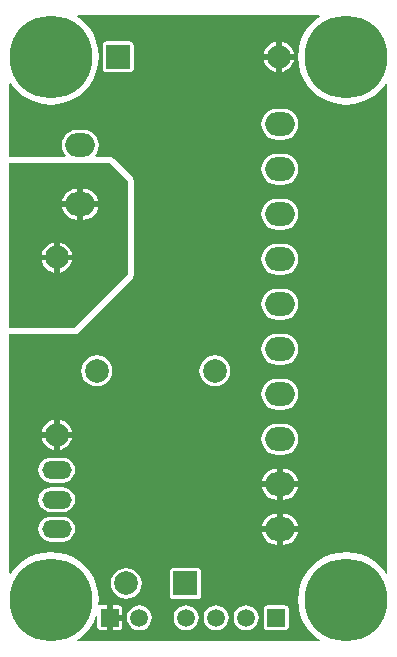
<source format=gtl>
G04 Layer_Physical_Order=1*
G04 Layer_Color=255*
%FSAX43Y43*%
%MOMM*%
G71*
G01*
G75*
%ADD10C,7.000*%
%ADD11C,2.000*%
%ADD12R,2.000X2.000*%
%ADD13R,1.500X1.500*%
%ADD14C,1.500*%
%ADD15O,2.500X2.000*%
%ADD16O,2.500X1.500*%
G36*
X0026761Y0053378D02*
X0026612Y0053287D01*
X0026127Y0052873D01*
X0025713Y0052388D01*
X0025380Y0051844D01*
X0025136Y0051255D01*
X0024987Y0050636D01*
X0024937Y0050000D01*
X0024987Y0049364D01*
X0025136Y0048745D01*
X0025380Y0048156D01*
X0025713Y0047612D01*
X0026127Y0047127D01*
X0026612Y0046713D01*
X0027156Y0046380D01*
X0027745Y0046136D01*
X0028364Y0045987D01*
X0029000Y0045937D01*
X0029636Y0045987D01*
X0030255Y0046136D01*
X0030844Y0046380D01*
X0031388Y0046713D01*
X0031873Y0047127D01*
X0032287Y0047612D01*
X0032378Y0047761D01*
X0032500Y0047726D01*
Y0006274D01*
X0032378Y0006239D01*
X0032287Y0006388D01*
X0031873Y0006873D01*
X0031388Y0007287D01*
X0030844Y0007620D01*
X0030255Y0007864D01*
X0029636Y0008013D01*
X0029000Y0008063D01*
X0028364Y0008013D01*
X0027745Y0007864D01*
X0027156Y0007620D01*
X0026612Y0007287D01*
X0026127Y0006873D01*
X0025713Y0006388D01*
X0025380Y0005844D01*
X0025136Y0005255D01*
X0024987Y0004636D01*
X0024937Y0004000D01*
X0024987Y0003364D01*
X0025136Y0002745D01*
X0025380Y0002156D01*
X0025713Y0001612D01*
X0026127Y0001127D01*
X0026612Y0000713D01*
X0026761Y0000622D01*
X0026726Y0000500D01*
X0006274D01*
X0006239Y0000622D01*
X0006388Y0000713D01*
X0006873Y0001127D01*
X0007287Y0001612D01*
X0007620Y0002156D01*
X0007817Y0002632D01*
X0007944Y0002607D01*
Y0001750D01*
X0007967Y0001633D01*
X0008034Y0001534D01*
X0008133Y0001467D01*
X0008250Y0001444D01*
X0008750D01*
Y0002500D01*
Y0003556D01*
X0008250D01*
X0008153Y0003537D01*
X0008078Y0003580D01*
X0008032Y0003618D01*
X0008063Y0004000D01*
X0008013Y0004636D01*
X0007864Y0005255D01*
X0007620Y0005844D01*
X0007287Y0006388D01*
X0006873Y0006873D01*
X0006388Y0007287D01*
X0005844Y0007620D01*
X0005255Y0007864D01*
X0004636Y0008013D01*
X0004000Y0008063D01*
X0003364Y0008013D01*
X0002745Y0007864D01*
X0002156Y0007620D01*
X0001612Y0007287D01*
X0001127Y0006873D01*
X0000713Y0006388D01*
X0000622Y0006239D01*
X0000500Y0006274D01*
Y0026490D01*
X0006000D01*
X0006195Y0026529D01*
X0006360Y0026640D01*
X0010860Y0031140D01*
X0010971Y0031305D01*
X0011010Y0031500D01*
Y0039500D01*
X0010971Y0039695D01*
X0010860Y0039860D01*
X0009360Y0041360D01*
X0009195Y0041471D01*
X0009000Y0041510D01*
X0007789D01*
X0007726Y0041637D01*
X0007886Y0041844D01*
X0008017Y0042161D01*
X0008061Y0042500D01*
X0008017Y0042839D01*
X0007886Y0043156D01*
X0007677Y0043427D01*
X0007406Y0043636D01*
X0007089Y0043767D01*
X0006750Y0043811D01*
X0006250D01*
X0005911Y0043767D01*
X0005594Y0043636D01*
X0005323Y0043427D01*
X0005114Y0043156D01*
X0004983Y0042839D01*
X0004939Y0042500D01*
X0004983Y0042161D01*
X0005114Y0041844D01*
X0005274Y0041637D01*
X0005211Y0041510D01*
X0000500D01*
Y0047726D01*
X0000622Y0047761D01*
X0000713Y0047612D01*
X0001127Y0047127D01*
X0001612Y0046713D01*
X0002156Y0046380D01*
X0002745Y0046136D01*
X0003364Y0045987D01*
X0004000Y0045937D01*
X0004636Y0045987D01*
X0005255Y0046136D01*
X0005844Y0046380D01*
X0006388Y0046713D01*
X0006873Y0047127D01*
X0007287Y0047612D01*
X0007620Y0048156D01*
X0007864Y0048745D01*
X0008013Y0049364D01*
X0008063Y0050000D01*
X0008013Y0050636D01*
X0007864Y0051255D01*
X0007620Y0051844D01*
X0007287Y0052388D01*
X0006873Y0052873D01*
X0006388Y0053287D01*
X0006239Y0053378D01*
X0006274Y0053500D01*
X0026726D01*
X0026761Y0053378D01*
D02*
G37*
G36*
X0010500Y0039500D02*
Y0031500D01*
X0006000Y0027000D01*
X0000500D01*
Y0041000D01*
X0009000D01*
X0010500Y0039500D01*
D02*
G37*
%LPC*%
G36*
X0024928Y0013560D02*
X0023650D01*
Y0012499D01*
X0023650D01*
X0023989Y0012543D01*
X0024306Y0012674D01*
X0024577Y0012883D01*
X0024786Y0013154D01*
X0024917Y0013471D01*
X0024928Y0013560D01*
D02*
G37*
G36*
X0023150D02*
X0021872D01*
X0021883Y0013471D01*
X0022014Y0013154D01*
X0022223Y0012883D01*
X0022494Y0012674D01*
X0022811Y0012543D01*
X0023150Y0012499D01*
Y0013560D01*
D02*
G37*
G36*
X0005000Y0013559D02*
X0004000D01*
X0003726Y0013523D01*
X0003470Y0013417D01*
X0003251Y0013249D01*
X0003083Y0013030D01*
X0002977Y0012774D01*
X0002941Y0012500D01*
X0002977Y0012226D01*
X0003083Y0011970D01*
X0003251Y0011751D01*
X0003470Y0011583D01*
X0003726Y0011477D01*
X0004000Y0011441D01*
X0005000D01*
X0005274Y0011477D01*
X0005530Y0011583D01*
X0005749Y0011751D01*
X0005917Y0011970D01*
X0006023Y0012226D01*
X0006059Y0012500D01*
X0006023Y0012774D01*
X0005917Y0013030D01*
X0005749Y0013249D01*
X0005530Y0013417D01*
X0005274Y0013523D01*
X0005000Y0013559D01*
D02*
G37*
G36*
X0023150Y0011311D02*
X0022811Y0011267D01*
X0022494Y0011136D01*
X0022223Y0010927D01*
X0022014Y0010656D01*
X0021883Y0010339D01*
X0021872Y0010250D01*
X0023150D01*
Y0011311D01*
D02*
G37*
G36*
X0023650D02*
X0023650D01*
Y0010250D01*
X0024928D01*
X0024917Y0010339D01*
X0024786Y0010656D01*
X0024577Y0010927D01*
X0024306Y0011136D01*
X0023989Y0011267D01*
X0023650Y0011311D01*
D02*
G37*
G36*
X0005000Y0016059D02*
X0004000D01*
X0003726Y0016023D01*
X0003470Y0015917D01*
X0003251Y0015749D01*
X0003083Y0015530D01*
X0002977Y0015274D01*
X0002941Y0015000D01*
X0002977Y0014726D01*
X0003083Y0014470D01*
X0003251Y0014251D01*
X0003470Y0014083D01*
X0003726Y0013977D01*
X0004000Y0013941D01*
X0005000D01*
X0005274Y0013977D01*
X0005530Y0014083D01*
X0005749Y0014251D01*
X0005917Y0014470D01*
X0006023Y0014726D01*
X0006059Y0015000D01*
X0006023Y0015274D01*
X0005917Y0015530D01*
X0005749Y0015749D01*
X0005530Y0015917D01*
X0005274Y0016023D01*
X0005000Y0016059D01*
D02*
G37*
G36*
X0023650Y0015121D02*
X0023650D01*
Y0014060D01*
X0024928D01*
X0024917Y0014149D01*
X0024786Y0014466D01*
X0024577Y0014737D01*
X0024306Y0014946D01*
X0023989Y0015077D01*
X0023650Y0015121D01*
D02*
G37*
G36*
Y0018931D02*
X0023150D01*
X0022811Y0018887D01*
X0022494Y0018756D01*
X0022223Y0018547D01*
X0022014Y0018276D01*
X0021883Y0017959D01*
X0021839Y0017620D01*
X0021883Y0017281D01*
X0022014Y0016964D01*
X0022223Y0016693D01*
X0022494Y0016484D01*
X0022811Y0016353D01*
X0023150Y0016309D01*
X0023650D01*
X0023989Y0016353D01*
X0024306Y0016484D01*
X0024577Y0016693D01*
X0024786Y0016964D01*
X0024917Y0017281D01*
X0024961Y0017620D01*
X0024917Y0017959D01*
X0024786Y0018276D01*
X0024577Y0018547D01*
X0024306Y0018756D01*
X0023989Y0018887D01*
X0023650Y0018931D01*
D02*
G37*
G36*
X0023150Y0015121D02*
X0022811Y0015077D01*
X0022494Y0014946D01*
X0022223Y0014737D01*
X0022014Y0014466D01*
X0021883Y0014149D01*
X0021872Y0014060D01*
X0023150D01*
Y0015121D01*
D02*
G37*
G36*
X0004250Y0017750D02*
X0003222D01*
X0003233Y0017661D01*
X0003364Y0017344D01*
X0003573Y0017073D01*
X0003844Y0016864D01*
X0004161Y0016733D01*
X0004250Y0016722D01*
Y0017750D01*
D02*
G37*
G36*
X0005778D02*
X0004750D01*
Y0016722D01*
X0004839Y0016733D01*
X0005156Y0016864D01*
X0005427Y0017073D01*
X0005636Y0017344D01*
X0005767Y0017661D01*
X0005778Y0017750D01*
D02*
G37*
G36*
X0020540Y0003559D02*
X0020266Y0003523D01*
X0020010Y0003417D01*
X0019791Y0003249D01*
X0019623Y0003030D01*
X0019517Y0002774D01*
X0019481Y0002500D01*
X0019517Y0002226D01*
X0019623Y0001970D01*
X0019791Y0001751D01*
X0020010Y0001583D01*
X0020266Y0001477D01*
X0020540Y0001441D01*
X0020814Y0001477D01*
X0021070Y0001583D01*
X0021289Y0001751D01*
X0021457Y0001970D01*
X0021563Y0002226D01*
X0021599Y0002500D01*
X0021563Y0002774D01*
X0021457Y0003030D01*
X0021289Y0003249D01*
X0021070Y0003417D01*
X0020814Y0003523D01*
X0020540Y0003559D01*
D02*
G37*
G36*
X0010056Y0002250D02*
X0009250D01*
Y0001444D01*
X0009750D01*
X0009867Y0001467D01*
X0009966Y0001534D01*
X0010033Y0001633D01*
X0010056Y0001750D01*
Y0002250D01*
D02*
G37*
G36*
X0023830Y0003556D02*
X0022330D01*
X0022213Y0003533D01*
X0022114Y0003466D01*
X0022047Y0003367D01*
X0022024Y0003250D01*
Y0001750D01*
X0022047Y0001633D01*
X0022114Y0001534D01*
X0022213Y0001467D01*
X0022330Y0001444D01*
X0023830D01*
X0023947Y0001467D01*
X0024046Y0001534D01*
X0024113Y0001633D01*
X0024136Y0001750D01*
Y0003250D01*
X0024113Y0003367D01*
X0024046Y0003466D01*
X0023947Y0003533D01*
X0023830Y0003556D01*
D02*
G37*
G36*
X0011500Y0003559D02*
X0011226Y0003523D01*
X0010970Y0003417D01*
X0010751Y0003249D01*
X0010583Y0003030D01*
X0010477Y0002774D01*
X0010441Y0002500D01*
X0010477Y0002226D01*
X0010583Y0001970D01*
X0010751Y0001751D01*
X0010970Y0001583D01*
X0011226Y0001477D01*
X0011500Y0001441D01*
X0011774Y0001477D01*
X0012030Y0001583D01*
X0012249Y0001751D01*
X0012417Y0001970D01*
X0012523Y0002226D01*
X0012559Y0002500D01*
X0012523Y0002774D01*
X0012417Y0003030D01*
X0012249Y0003249D01*
X0012030Y0003417D01*
X0011774Y0003523D01*
X0011500Y0003559D01*
D02*
G37*
G36*
X0015460D02*
X0015186Y0003523D01*
X0014930Y0003417D01*
X0014711Y0003249D01*
X0014543Y0003030D01*
X0014437Y0002774D01*
X0014401Y0002500D01*
X0014437Y0002226D01*
X0014543Y0001970D01*
X0014711Y0001751D01*
X0014930Y0001583D01*
X0015186Y0001477D01*
X0015460Y0001441D01*
X0015734Y0001477D01*
X0015990Y0001583D01*
X0016209Y0001751D01*
X0016377Y0001970D01*
X0016483Y0002226D01*
X0016519Y0002500D01*
X0016483Y0002774D01*
X0016377Y0003030D01*
X0016209Y0003249D01*
X0015990Y0003417D01*
X0015734Y0003523D01*
X0015460Y0003559D01*
D02*
G37*
G36*
X0018000D02*
X0017726Y0003523D01*
X0017470Y0003417D01*
X0017251Y0003249D01*
X0017083Y0003030D01*
X0016977Y0002774D01*
X0016941Y0002500D01*
X0016977Y0002226D01*
X0017083Y0001970D01*
X0017251Y0001751D01*
X0017470Y0001583D01*
X0017726Y0001477D01*
X0018000Y0001441D01*
X0018274Y0001477D01*
X0018530Y0001583D01*
X0018749Y0001751D01*
X0018917Y0001970D01*
X0019023Y0002226D01*
X0019059Y0002500D01*
X0019023Y0002774D01*
X0018917Y0003030D01*
X0018749Y0003249D01*
X0018530Y0003417D01*
X0018274Y0003523D01*
X0018000Y0003559D01*
D02*
G37*
G36*
X0024928Y0009750D02*
X0023650D01*
Y0008689D01*
X0023650D01*
X0023989Y0008733D01*
X0024306Y0008864D01*
X0024577Y0009073D01*
X0024786Y0009344D01*
X0024917Y0009661D01*
X0024928Y0009750D01*
D02*
G37*
G36*
X0023150D02*
X0021872D01*
X0021883Y0009661D01*
X0022014Y0009344D01*
X0022223Y0009073D01*
X0022494Y0008864D01*
X0022811Y0008733D01*
X0023150Y0008689D01*
Y0009750D01*
D02*
G37*
G36*
X0005000Y0011059D02*
X0004000D01*
X0003726Y0011023D01*
X0003470Y0010917D01*
X0003251Y0010749D01*
X0003083Y0010530D01*
X0002977Y0010274D01*
X0002941Y0010000D01*
X0002977Y0009726D01*
X0003083Y0009470D01*
X0003251Y0009251D01*
X0003470Y0009083D01*
X0003726Y0008977D01*
X0004000Y0008941D01*
X0005000D01*
X0005274Y0008977D01*
X0005530Y0009083D01*
X0005749Y0009251D01*
X0005917Y0009470D01*
X0006023Y0009726D01*
X0006059Y0010000D01*
X0006023Y0010274D01*
X0005917Y0010530D01*
X0005749Y0010749D01*
X0005530Y0010917D01*
X0005274Y0011023D01*
X0005000Y0011059D01*
D02*
G37*
G36*
X0009750Y0003556D02*
X0009250D01*
Y0002750D01*
X0010056D01*
Y0003250D01*
X0010033Y0003367D01*
X0009966Y0003466D01*
X0009867Y0003533D01*
X0009750Y0003556D01*
D02*
G37*
G36*
X0010400Y0006711D02*
X0010061Y0006667D01*
X0009744Y0006536D01*
X0009473Y0006327D01*
X0009264Y0006056D01*
X0009133Y0005739D01*
X0009089Y0005400D01*
X0009133Y0005061D01*
X0009264Y0004744D01*
X0009473Y0004473D01*
X0009744Y0004264D01*
X0010061Y0004133D01*
X0010400Y0004089D01*
X0010739Y0004133D01*
X0011056Y0004264D01*
X0011327Y0004473D01*
X0011536Y0004744D01*
X0011667Y0005061D01*
X0011711Y0005400D01*
X0011667Y0005739D01*
X0011536Y0006056D01*
X0011327Y0006327D01*
X0011056Y0006536D01*
X0010739Y0006667D01*
X0010400Y0006711D01*
D02*
G37*
G36*
X0016400Y0006706D02*
X0014400D01*
X0014283Y0006683D01*
X0014184Y0006616D01*
X0014117Y0006517D01*
X0014094Y0006400D01*
Y0004400D01*
X0014117Y0004283D01*
X0014184Y0004184D01*
X0014283Y0004117D01*
X0014400Y0004094D01*
X0016400D01*
X0016517Y0004117D01*
X0016616Y0004184D01*
X0016683Y0004283D01*
X0016706Y0004400D01*
Y0006400D01*
X0016683Y0006517D01*
X0016616Y0006616D01*
X0016517Y0006683D01*
X0016400Y0006706D01*
D02*
G37*
G36*
X0004250Y0019278D02*
X0004161Y0019267D01*
X0003844Y0019136D01*
X0003573Y0018927D01*
X0003364Y0018656D01*
X0003233Y0018339D01*
X0003222Y0018250D01*
X0004250D01*
Y0019278D01*
D02*
G37*
G36*
X0023650Y0041791D02*
X0023150D01*
X0022811Y0041747D01*
X0022494Y0041616D01*
X0022223Y0041407D01*
X0022014Y0041136D01*
X0021883Y0040819D01*
X0021839Y0040480D01*
X0021883Y0040141D01*
X0022014Y0039824D01*
X0022223Y0039553D01*
X0022494Y0039344D01*
X0022811Y0039213D01*
X0023150Y0039169D01*
X0023650D01*
X0023989Y0039213D01*
X0024306Y0039344D01*
X0024577Y0039553D01*
X0024786Y0039824D01*
X0024917Y0040141D01*
X0024961Y0040480D01*
X0024917Y0040819D01*
X0024786Y0041136D01*
X0024577Y0041407D01*
X0024306Y0041616D01*
X0023989Y0041747D01*
X0023650Y0041791D01*
D02*
G37*
G36*
Y0045601D02*
X0023150D01*
X0022811Y0045557D01*
X0022494Y0045426D01*
X0022223Y0045217D01*
X0022014Y0044946D01*
X0021883Y0044629D01*
X0021839Y0044290D01*
X0021883Y0043951D01*
X0022014Y0043634D01*
X0022223Y0043363D01*
X0022494Y0043154D01*
X0022811Y0043023D01*
X0023150Y0042979D01*
X0023650D01*
X0023989Y0043023D01*
X0024306Y0043154D01*
X0024577Y0043363D01*
X0024786Y0043634D01*
X0024917Y0043951D01*
X0024961Y0044290D01*
X0024917Y0044629D01*
X0024786Y0044946D01*
X0024577Y0045217D01*
X0024306Y0045426D01*
X0023989Y0045557D01*
X0023650Y0045601D01*
D02*
G37*
G36*
X0023050Y0051278D02*
X0022961Y0051267D01*
X0022644Y0051136D01*
X0022373Y0050927D01*
X0022164Y0050656D01*
X0022033Y0050339D01*
X0022022Y0050250D01*
X0023050D01*
Y0051278D01*
D02*
G37*
G36*
X0023550D02*
Y0050250D01*
X0024578D01*
X0024567Y0050339D01*
X0024436Y0050656D01*
X0024227Y0050927D01*
X0023956Y0051136D01*
X0023639Y0051267D01*
X0023550Y0051278D01*
D02*
G37*
G36*
X0024578Y0049750D02*
X0023550D01*
Y0048722D01*
X0023639Y0048733D01*
X0023956Y0048864D01*
X0024227Y0049073D01*
X0024436Y0049344D01*
X0024567Y0049661D01*
X0024578Y0049750D01*
D02*
G37*
G36*
X0010700Y0051306D02*
X0008700D01*
X0008583Y0051283D01*
X0008484Y0051216D01*
X0008417Y0051117D01*
X0008394Y0051000D01*
Y0049000D01*
X0008417Y0048883D01*
X0008484Y0048784D01*
X0008583Y0048717D01*
X0008700Y0048694D01*
X0010700D01*
X0010817Y0048717D01*
X0010916Y0048784D01*
X0010983Y0048883D01*
X0011006Y0049000D01*
Y0051000D01*
X0010983Y0051117D01*
X0010916Y0051216D01*
X0010817Y0051283D01*
X0010700Y0051306D01*
D02*
G37*
G36*
X0023050Y0049750D02*
X0022022D01*
X0022033Y0049661D01*
X0022164Y0049344D01*
X0022373Y0049073D01*
X0022644Y0048864D01*
X0022961Y0048733D01*
X0023050Y0048722D01*
Y0049750D01*
D02*
G37*
G36*
X0023650Y0037981D02*
X0023150D01*
X0022811Y0037937D01*
X0022494Y0037806D01*
X0022223Y0037597D01*
X0022014Y0037326D01*
X0021883Y0037009D01*
X0021839Y0036670D01*
X0021883Y0036331D01*
X0022014Y0036014D01*
X0022223Y0035743D01*
X0022494Y0035534D01*
X0022811Y0035403D01*
X0023150Y0035359D01*
X0023650D01*
X0023989Y0035403D01*
X0024306Y0035534D01*
X0024577Y0035743D01*
X0024786Y0036014D01*
X0024917Y0036331D01*
X0024961Y0036670D01*
X0024917Y0037009D01*
X0024786Y0037326D01*
X0024577Y0037597D01*
X0024306Y0037806D01*
X0023989Y0037937D01*
X0023650Y0037981D01*
D02*
G37*
G36*
X0017900Y0024711D02*
X0017561Y0024667D01*
X0017244Y0024536D01*
X0016973Y0024327D01*
X0016764Y0024056D01*
X0016633Y0023739D01*
X0016589Y0023400D01*
X0016633Y0023061D01*
X0016764Y0022744D01*
X0016973Y0022473D01*
X0017244Y0022264D01*
X0017561Y0022133D01*
X0017900Y0022089D01*
X0018239Y0022133D01*
X0018556Y0022264D01*
X0018827Y0022473D01*
X0019036Y0022744D01*
X0019167Y0023061D01*
X0019211Y0023400D01*
X0019167Y0023739D01*
X0019036Y0024056D01*
X0018827Y0024327D01*
X0018556Y0024536D01*
X0018239Y0024667D01*
X0017900Y0024711D01*
D02*
G37*
G36*
X0023650Y0026551D02*
X0023150D01*
X0022811Y0026507D01*
X0022494Y0026376D01*
X0022223Y0026167D01*
X0022014Y0025896D01*
X0021883Y0025579D01*
X0021839Y0025240D01*
X0021883Y0024901D01*
X0022014Y0024584D01*
X0022223Y0024313D01*
X0022494Y0024104D01*
X0022811Y0023973D01*
X0023150Y0023929D01*
X0023650D01*
X0023989Y0023973D01*
X0024306Y0024104D01*
X0024577Y0024313D01*
X0024786Y0024584D01*
X0024917Y0024901D01*
X0024961Y0025240D01*
X0024917Y0025579D01*
X0024786Y0025896D01*
X0024577Y0026167D01*
X0024306Y0026376D01*
X0023989Y0026507D01*
X0023650Y0026551D01*
D02*
G37*
G36*
X0007900Y0024711D02*
X0007561Y0024667D01*
X0007244Y0024536D01*
X0006973Y0024327D01*
X0006764Y0024056D01*
X0006633Y0023739D01*
X0006589Y0023400D01*
X0006633Y0023061D01*
X0006764Y0022744D01*
X0006973Y0022473D01*
X0007244Y0022264D01*
X0007561Y0022133D01*
X0007900Y0022089D01*
X0008239Y0022133D01*
X0008556Y0022264D01*
X0008827Y0022473D01*
X0009036Y0022744D01*
X0009167Y0023061D01*
X0009211Y0023400D01*
X0009167Y0023739D01*
X0009036Y0024056D01*
X0008827Y0024327D01*
X0008556Y0024536D01*
X0008239Y0024667D01*
X0007900Y0024711D01*
D02*
G37*
G36*
X0004750Y0019278D02*
Y0018250D01*
X0005778D01*
X0005767Y0018339D01*
X0005636Y0018656D01*
X0005427Y0018927D01*
X0005156Y0019136D01*
X0004839Y0019267D01*
X0004750Y0019278D01*
D02*
G37*
G36*
X0023650Y0022741D02*
X0023150D01*
X0022811Y0022697D01*
X0022494Y0022566D01*
X0022223Y0022357D01*
X0022014Y0022086D01*
X0021883Y0021769D01*
X0021839Y0021430D01*
X0021883Y0021091D01*
X0022014Y0020774D01*
X0022223Y0020503D01*
X0022494Y0020294D01*
X0022811Y0020163D01*
X0023150Y0020119D01*
X0023650D01*
X0023989Y0020163D01*
X0024306Y0020294D01*
X0024577Y0020503D01*
X0024786Y0020774D01*
X0024917Y0021091D01*
X0024961Y0021430D01*
X0024917Y0021769D01*
X0024786Y0022086D01*
X0024577Y0022357D01*
X0024306Y0022566D01*
X0023989Y0022697D01*
X0023650Y0022741D01*
D02*
G37*
G36*
Y0030361D02*
X0023150D01*
X0022811Y0030317D01*
X0022494Y0030186D01*
X0022223Y0029977D01*
X0022014Y0029706D01*
X0021883Y0029389D01*
X0021839Y0029050D01*
X0021883Y0028711D01*
X0022014Y0028394D01*
X0022223Y0028123D01*
X0022494Y0027914D01*
X0022811Y0027783D01*
X0023150Y0027739D01*
X0023650D01*
X0023989Y0027783D01*
X0024306Y0027914D01*
X0024577Y0028123D01*
X0024786Y0028394D01*
X0024917Y0028711D01*
X0024961Y0029050D01*
X0024917Y0029389D01*
X0024786Y0029706D01*
X0024577Y0029977D01*
X0024306Y0030186D01*
X0023989Y0030317D01*
X0023650Y0030361D01*
D02*
G37*
G36*
Y0034171D02*
X0023150D01*
X0022811Y0034127D01*
X0022494Y0033996D01*
X0022223Y0033787D01*
X0022014Y0033516D01*
X0021883Y0033199D01*
X0021839Y0032860D01*
X0021883Y0032521D01*
X0022014Y0032204D01*
X0022223Y0031933D01*
X0022494Y0031724D01*
X0022811Y0031593D01*
X0023150Y0031549D01*
X0023650D01*
X0023989Y0031593D01*
X0024306Y0031724D01*
X0024577Y0031933D01*
X0024786Y0032204D01*
X0024917Y0032521D01*
X0024961Y0032860D01*
X0024917Y0033199D01*
X0024786Y0033516D01*
X0024577Y0033787D01*
X0024306Y0033996D01*
X0023989Y0034127D01*
X0023650Y0034171D01*
D02*
G37*
G36*
X0006750Y0038811D02*
X0006750D01*
Y0037750D01*
X0008028D01*
X0008017Y0037839D01*
X0007886Y0038156D01*
X0007677Y0038427D01*
X0007406Y0038636D01*
X0007089Y0038767D01*
X0006750Y0038811D01*
D02*
G37*
G36*
X0006250D02*
X0005911Y0038767D01*
X0005594Y0038636D01*
X0005323Y0038427D01*
X0005114Y0038156D01*
X0004983Y0037839D01*
X0004972Y0037750D01*
X0006250D01*
Y0038811D01*
D02*
G37*
G36*
X0008028Y0037250D02*
X0006750D01*
Y0036189D01*
X0006750D01*
X0007089Y0036233D01*
X0007406Y0036364D01*
X0007677Y0036573D01*
X0007886Y0036844D01*
X0008017Y0037161D01*
X0008028Y0037250D01*
D02*
G37*
G36*
X0006250D02*
X0004972D01*
X0004983Y0037161D01*
X0005114Y0036844D01*
X0005323Y0036573D01*
X0005594Y0036364D01*
X0005911Y0036233D01*
X0006250Y0036189D01*
Y0037250D01*
D02*
G37*
G36*
X0004250Y0034278D02*
X0004161Y0034267D01*
X0003844Y0034136D01*
X0003573Y0033927D01*
X0003364Y0033656D01*
X0003233Y0033339D01*
X0003222Y0033250D01*
X0004250D01*
Y0034278D01*
D02*
G37*
G36*
X0004750D02*
Y0033250D01*
X0005778D01*
X0005767Y0033339D01*
X0005636Y0033656D01*
X0005427Y0033927D01*
X0005156Y0034136D01*
X0004839Y0034267D01*
X0004750Y0034278D01*
D02*
G37*
G36*
X0004250Y0032750D02*
X0003222D01*
X0003233Y0032661D01*
X0003364Y0032344D01*
X0003573Y0032073D01*
X0003844Y0031864D01*
X0004161Y0031733D01*
X0004250Y0031722D01*
Y0032750D01*
D02*
G37*
G36*
X0005778D02*
X0004750D01*
Y0031722D01*
X0004839Y0031733D01*
X0005156Y0031864D01*
X0005427Y0032073D01*
X0005636Y0032344D01*
X0005767Y0032661D01*
X0005778Y0032750D01*
D02*
G37*
%LPD*%
D10*
X0004000Y0050000D02*
D03*
X0029000D02*
D03*
Y0004000D02*
D03*
X0004000Y0004000D02*
D03*
D11*
X0007900Y0023400D02*
D03*
X0017900D02*
D03*
X0010400Y0005400D02*
D03*
X0023300Y0050000D02*
D03*
X0004500Y0018000D02*
D03*
Y0033000D02*
D03*
D12*
X0015400Y0005400D02*
D03*
X0009700Y0050000D02*
D03*
D13*
X0009000Y0002500D02*
D03*
X0023080D02*
D03*
D14*
X0011500D02*
D03*
X0020540D02*
D03*
X0015460D02*
D03*
X0018000D02*
D03*
D15*
X0023400Y0044290D02*
D03*
Y0040480D02*
D03*
Y0036670D02*
D03*
Y0032860D02*
D03*
Y0029050D02*
D03*
Y0025240D02*
D03*
Y0021430D02*
D03*
Y0017620D02*
D03*
Y0013810D02*
D03*
Y0010000D02*
D03*
X0006500Y0042500D02*
D03*
Y0037500D02*
D03*
D16*
X0004500Y0010000D02*
D03*
Y0012500D02*
D03*
Y0015000D02*
D03*
M02*

</source>
